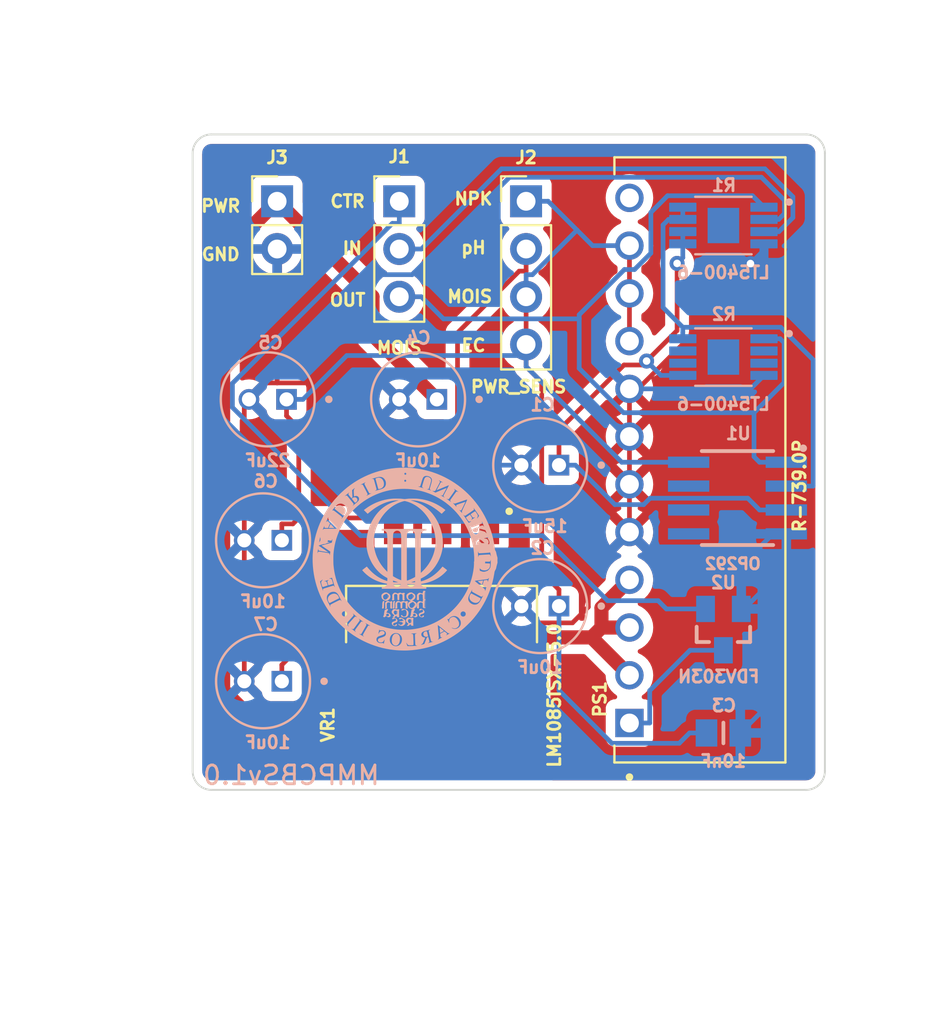
<source format=kicad_pcb>
(kicad_pcb (version 20211014) (generator pcbnew)
  (title_block (title "PCB Acondicionamiento Sensores Suelo") (date "2023-06-10") (company "UC3M"))
  (layers (0 "F.Cu" signal) (31 "B.Cu" signal) (34 "B.Paste" user) (35 "F.Paste" user) (36 "B.SilkS" user "B.Silkscreen") (37 "F.SilkS" user "F.Silkscreen") (38 "B.Mask" user) (39 "F.Mask" user) (44 "Edge.Cuts" user))
  (net 0 "")
  (net 1 "Net-(C1-PadP)")
  (net 2 "GND")
  (net 3 "9V")
  (net 4 "IN_MOISTURE")
  (net 5 "OUT_MOISTURE")
  (net 6 "Net-(R1-Pad7)")
  (net 14 "PWR")
  (net 16 "CTR")
  (net 17 "PWR_pH")
  (net 18 "Net-(PS1-Pad1)")
  (footprint "LM1085ISX-5.0_NOPB:TO254P1435X464-4N" (layer "F.Cu") (at 129.75 62.5 -90)
    (fp_text reference "VR1" (at 4.81 6.052 -90) (layer "F.SilkS") (effects (font (size 0.65 0.65))))
    (fp_text value "LM1085ISX-5.0/NOPB" hide)
    (pad "1" smd rect locked (at -6.19 -2.54 270) (size 2.79 1.05) (layers "F.Cu" "F.Paste" "F.Mask") (net 2 "GND"))
    (pad "2" smd rect locked (at -6.19 0 270) (size 2.79 1.05) (layers "F.Cu" "F.Paste" "F.Mask") (net 17 "PWR_pH"))
    (pad "3" smd rect locked (at -6.19 2.54 270) (size 2.79 1.05) (layers "F.Cu" "F.Paste" "F.Mask") (net 3 "9V"))
    (pad "4" smd rect locked (at 4.16 0 270) (size 6.84 10.58) (layers "F.Cu" "F.Mask"))
  )
  (footprint "Connector_PinHeader_2.54mm:PinHeader_1x03_P2.54mm_Vertical" (layer "F.Cu") (at 127.5 39.46)
    (fp_text reference "J1" (at 0 -2.376) (layer "F.SilkS") (effects (font (size 0.65 0.65))))
    (fp_text value "Conn_01x03" hide)
    (pad "1" thru_hole rect (at 0 0) (size 1.7 1.7) (drill 1) (layers *.Cu *.Mask) (net 16 "CTR"))
    (pad "2" thru_hole oval (at 0 2.54) (size 1.7 1.7) (drill 1) (layers *.Cu *.Mask) (net 4 "IN_MOISTURE"))
    (pad "3" thru_hole oval (at 0 5.08) (size 1.7 1.7) (drill 1) (layers *.Cu *.Mask) (net 5 "OUT_MOISTURE"))
  )
  (footprint "Connector_PinHeader_2.54mm:PinHeader_1x04_P2.54mm_Vertical" (layer "F.Cu") (at 134.25 39.46)
    (fp_text reference "J2" (at 0 -2.33) (layer "F.SilkS") (effects (font (size 0.65 0.65))))
    (fp_text value "Conn_01x04" hide)
    (pad "1" thru_hole rect (at 0 0) (size 1.7 1.7) (drill 1) (layers *.Cu *.Mask) (net 3 "9V"))
    (pad "2" thru_hole oval (at 0 2.54) (size 1.7 1.7) (drill 1) (layers *.Cu *.Mask) (net 17 "PWR_pH"))
    (pad "3" thru_hole oval (at 0 5.08) (size 1.7 1.7) (drill 1) (layers *.Cu *.Mask) (net 3 "9V"))
    (pad "4" thru_hole oval (at 0 7.62) (size 1.7 1.7) (drill 1) (layers *.Cu *.Mask) (net 3 "9V"))
  )
  (footprint "R-739.0P:CONV_R-739.0P" (layer "F.Cu") (at 143.5 53.25 90)
    (fp_text reference "PS1" (at -12.7 -5.324 90) (layer "F.SilkS") (effects (font (size 0.65 0.65))))
    (fp_text value "R-739.0P")
    (pad "1" thru_hole rect locked (at -13.97 -3.75 90) (size 1.508 1.508) (drill 1) (layers *.Cu *.Mask) (net 18 "Net-(PS1-Pad1)"))
    (pad "2" thru_hole circle locked (at -11.43 -3.75 90) (size 1.508 1.508) (drill 1) (layers *.Cu *.Mask) (net 14 "PWR"))
    (pad "3" thru_hole circle locked (at -8.89 -3.75 90) (size 1.508 1.508) (drill 1) (layers *.Cu *.Mask) (net 14 "PWR"))
    (pad "4" thru_hole circle locked (at -6.35 -3.75 90) (size 1.508 1.508) (drill 1) (layers *.Cu *.Mask) (net 14 "PWR"))
    (pad "5" thru_hole circle locked (at -3.81 -3.75 90) (size 1.508 1.508) (drill 1) (layers *.Cu *.Mask) (net 2 "GND"))
    (pad "6" thru_hole circle locked (at -1.27 -3.75 90) (size 1.508 1.508) (drill 1) (layers *.Cu *.Mask) (net 2 "GND"))
    (pad "7" thru_hole circle locked (at 1.27 -3.75 90) (size 1.508 1.508) (drill 1) (layers *.Cu *.Mask) (net 2 "GND"))
    (pad "8" thru_hole circle locked (at 3.81 -3.75 90) (size 1.508 1.508) (drill 1) (layers *.Cu *.Mask) (net 2 "GND"))
    (pad "9" thru_hole circle locked (at 6.35 -3.75 90) (size 1.508 1.508) (drill 1) (layers *.Cu *.Mask) (net 3 "9V"))
    (pad "10" thru_hole circle locked (at 8.89 -3.75 90) (size 1.508 1.508) (drill 1) (layers *.Cu *.Mask) (net 3 "9V"))
    (pad "11" thru_hole circle locked (at 11.43 -3.75 90) (size 1.508 1.508) (drill 1) (layers *.Cu *.Mask) (net 3 "9V"))
    (pad "12" thru_hole circle locked (at 13.97 -3.75 90) (size 1.508 1.508) (drill 1) (layers *.Cu *.Mask))
  )
  (footprint "Connector_PinHeader_2.54mm:PinHeader_1x02_P2.54mm_Vertical" (layer "F.Cu") (at 121 39.46)
    (fp_text reference "J3" (at 0 -2.33) (layer "F.SilkS") (effects (font (size 0.65 0.65))))
    (fp_text value "Conn_01x02" hide)
    (pad "1" thru_hole rect (at 0 0) (size 1.7 1.7) (drill 1) (layers *.Cu *.Mask) (net 14 "PWR"))
    (pad "2" thru_hole oval (at 0 2.54) (size 1.7 1.7) (drill 1) (layers *.Cu *.Mask) (net 2 "GND"))
  )
  (footprint "LT5400BCMS8E-6_PBF:SOP65P490X110-9N" (layer "B.Cu") (at 144.75 47.75 180)
    (fp_text reference "R2" (at -0.03 2.284) (layer "B.SilkS") (effects (font (size 0.65 0.65)) (justify mirror)))
    (fp_text value "LT5400BCMS8E-6#PBF" hide)
    (pad "1" smd roundrect locked (at -2.16 0.975 180) (size 1.45 0.48) (layers "B.Cu" "B.Paste" "B.Mask") (roundrect_rratio 0.06) (net 5 "OUT_MOISTURE"))
    (pad "2" smd roundrect locked (at -2.16 0.325 180) (size 1.45 0.48) (layers "B.Cu" "B.Paste" "B.Mask") (roundrect_rratio 0.06))
    (pad "3" smd roundrect locked (at -2.16 -0.325 180) (size 1.45 0.48) (layers "B.Cu" "B.Paste" "B.Mask") (roundrect_rratio 0.06))
    (pad "4" smd roundrect locked (at -2.16 -0.975 180) (size 1.45 0.48) (layers "B.Cu" "B.Paste" "B.Mask") (roundrect_rratio 0.06) (net 2 "GND"))
    (pad "5" smd roundrect locked (at 2.16 -0.975) (size 1.45 0.48) (layers "B.Cu" "B.Paste" "B.Mask") (roundrect_rratio 0.06) (net 1 "Net-(C1-PadP)"))
    (pad "6" smd roundrect locked (at 2.16 -0.325) (size 1.45 0.48) (layers "B.Cu" "B.Paste" "B.Mask") (roundrect_rratio 0.06))
    (pad "7" smd roundrect locked (at 2.16 0.325) (size 1.45 0.48) (layers "B.Cu" "B.Paste" "B.Mask") (roundrect_rratio 0.06))
    (pad "8" smd roundrect locked (at 2.16 0.975) (size 1.45 0.48) (layers "B.Cu" "B.Paste" "B.Mask") (roundrect_rratio 0.06) (net 6 "Net-(R1-Pad7)"))
    (pad "9" smd rect locked (at 0 0 180) (size 1.68 1.88) (layers "B.Cu" "B.Mask"))
  )
  (footprint "EEUFC1H150:CAPPRD200W50D500H1100" (layer "B.Cu") (at 135 61 180)
    (fp_text reference "C2" (at -0.128 3.088) (layer "B.SilkS") (effects (font (size 0.65 0.65)) (justify mirror)))
    (fp_text value "EEUFC1H150")
    (pad "N" thru_hole circle locked (at 1 0 180) (size 1.1 1.1) (drill 0.75) (layers *.Cu *.Mask) (net 2 "GND"))
    (pad "P" thru_hole rect locked (at -1 0 180) (size 1.1 1.1) (drill 0.75) (layers *.Cu *.Mask) (net 3 "9V"))
  )
  (footprint "EEUFC1H150:CAPPRD200W50D500H1100" (layer "B.Cu") (at 128.5 50 180)
    (fp_text reference "C4" (at -0.024 3.264) (layer "B.SilkS") (effects (font (size 0.65 0.65)) (justify mirror)))
    (fp_text value "EEUFC1H150" hide)
    (pad "N" thru_hole circle locked (at 1 0 180) (size 1.1 1.1) (drill 0.75) (layers *.Cu *.Mask) (net 2 "GND"))
    (pad "P" thru_hole rect locked (at -1 0 180) (size 1.1 1.1) (drill 0.75) (layers *.Cu *.Mask) (net 14 "PWR"))
  )
  (footprint "EEUFC1H150:CAPPRD200W50D500H1100" (layer "B.Cu") (at 120.25 57.5 180)
    (fp_text reference "C6" (at -0.146 3.144) (layer "B.SilkS") (effects (font (size 0.65 0.65)) (justify mirror)))
    (fp_text value "EEUFC1H150" hide)
    (pad "N" thru_hole circle locked (at 1 0 180) (size 1.1 1.1) (drill 0.75) (layers *.Cu *.Mask) (net 2 "GND"))
    (pad "P" thru_hole rect locked (at -1 0 180) (size 1.1 1.1) (drill 0.75) (layers *.Cu *.Mask) (net 3 "9V"))
  )
  (footprint "LT5400BCMS8E-6_PBF:SOP65P490X110-9N" (layer "B.Cu") (at 144.75 40.75 180)
    (fp_text reference "R1" (at -0.03 2.142) (layer "B.SilkS") (effects (font (size 0.65 0.65)) (justify mirror)))
    (fp_text value "LT5400BCMS8E-6#PBF" hide)
    (pad "1" smd roundrect locked (at -2.16 0.975 180) (size 1.45 0.48) (layers "B.Cu" "B.Paste" "B.Mask") (roundrect_rratio 0.06) (net 5 "OUT_MOISTURE"))
    (pad "2" smd roundrect locked (at -2.16 0.325 180) (size 1.45 0.48) (layers "B.Cu" "B.Paste" "B.Mask") (roundrect_rratio 0.06) (net 2 "GND"))
    (pad "3" smd roundrect locked (at -2.16 -0.325 180) (size 1.45 0.48) (layers "B.Cu" "B.Paste" "B.Mask") (roundrect_rratio 0.06) (net 4 "IN_MOISTURE"))
    (pad "4" smd roundrect locked (at -2.16 -0.975 180) (size 1.45 0.48) (layers "B.Cu" "B.Paste" "B.Mask") (roundrect_rratio 0.06) (net 2 "GND"))
    (pad "5" smd roundrect locked (at 2.16 -0.975) (size 1.45 0.48) (layers "B.Cu" "B.Paste" "B.Mask") (roundrect_rratio 0.06) (net 1 "Net-(C1-PadP)"))
    (pad "6" smd roundrect locked (at 2.16 -0.325) (size 1.45 0.48) (layers "B.Cu" "B.Paste" "B.Mask") (roundrect_rratio 0.06) (net 1 "Net-(C1-PadP)"))
    (pad "7" smd roundrect locked (at 2.16 0.325) (size 1.45 0.48) (layers "B.Cu" "B.Paste" "B.Mask") (roundrect_rratio 0.06) (net 6 "Net-(R1-Pad7)"))
    (pad "8" smd roundrect locked (at 2.16 0.975) (size 1.45 0.48) (layers "B.Cu" "B.Paste" "B.Mask") (roundrect_rratio 0.06) (net 6 "Net-(R1-Pad7)"))
    (pad "9" smd rect locked (at 0 0 180) (size 1.68 1.88) (layers "B.Cu" "B.Mask"))
  )
  (footprint "CL21B103KBANNNC:CAPC2012X140N" (layer "B.Cu") (at 144.75 67.75 180)
    (fp_text reference "C3" (at -0.03 1.456) (layer "B.SilkS") (effects (font (size 0.65 0.65)) (justify mirror)))
    (fp_text value "CL21B103KBANNNC")
    (pad "1" smd rect locked (at -0.9 0 180) (size 1.15 1.45) (layers "B.Cu" "B.Paste" "B.Mask") (net 2 "GND"))
    (pad "2" smd rect locked (at 0.9 0 180) (size 1.15 1.45) (layers "B.Cu" "B.Paste" "B.Mask") (net 3 "9V"))
  )
  (footprint "LM358DR2G:SOIC127P600X175-8N" (layer "B.Cu") (at 145.5 55.25 180)
    (fp_text reference "U1" (at -0.042 3.434) (layer "B.SilkS") (effects (font (size 0.65 0.65)) (justify mirror)))
    (fp_text value "OP292GSZ-REEL" hide)
    (pad "1" smd rect locked (at -2.6 1.905 270) (size 0.6 2.2) (layers "B.Cu" "B.Paste" "B.Mask") (net 5 "OUT_MOISTURE"))
    (pad "2" smd rect locked (at -2.6 0.635 270) (size 0.6 2.2) (layers "B.Cu" "B.Paste" "B.Mask") (net 6 "Net-(R1-Pad7)"))
    (pad "3" smd rect locked (at -2.6 -0.635 270) (size 0.6 2.2) (layers "B.Cu" "B.Paste" "B.Mask") (net 1 "Net-(C1-PadP)"))
    (pad "4" smd rect locked (at -2.6 -1.905 270) (size 0.6 2.2) (layers "B.Cu" "B.Paste" "B.Mask") (net 2 "GND"))
    (pad "5" smd rect locked (at 2.6 -1.905 270) (size 0.6 2.2) (layers "B.Cu" "B.Paste" "B.Mask"))
    (pad "6" smd rect locked (at 2.6 -0.635 270) (size 0.6 2.2) (layers "B.Cu" "B.Paste" "B.Mask"))
    (pad "7" smd rect locked (at 2.6 0.635 270) (size 0.6 2.2) (layers "B.Cu" "B.Paste" "B.Mask"))
    (pad "8" smd rect locked (at 2.6 1.905 270) (size 0.6 2.2) (layers "B.Cu" "B.Paste" "B.Mask") (net 3 "9V"))
  )
  (footprint "Logo:Logo2" (layer "B.Cu") (at 127.75 58.5 180)
    (fp_text reference "G" (at -4.354193 -0.133442) (layer "B.SilkS") (effects (font (size 1.524 1.524) (thickness 0.3)) (justify mirror)))
    (fp_text value "L" hide)
  )
  (footprint "EEUFC1H150:CAPPRD200W50D500H1100" (layer "B.Cu") (at 135 53.5 180)
    (fp_text reference "C1" (at -0.128 3.208) (layer "B.SilkS") (effects (font (size 0.65 0.65)) (justify mirror)))
    (fp_text value "EEUFC1H150")
    (pad "N" thru_hole circle locked (at 1 0 180) (size 1.1 1.1) (drill 0.75) (layers *.Cu *.Mask) (net 2 "GND"))
    (pad "P" thru_hole rect locked (at -1 0 180) (size 1.1 1.1) (drill 0.75) (layers *.Cu *.Mask) (net 1 "Net-(C1-PadP)"))
  )
  (footprint "EEUFC1H150:CAPPRD200W50D500H1100" (layer "B.Cu") (at 120.5 50 180)
    (fp_text reference "C5" (at -0.15 3.01) (layer "B.SilkS") (effects (font (size 0.65 0.65)) (justify mirror)))
    (fp_text value "EEUFC1H150" hide)
    (pad "N" thru_hole circle locked (at 1 0 180) (size 1.1 1.1) (drill 0.75) (layers *.Cu *.Mask) (net 2 "GND"))
    (pad "P" thru_hole rect locked (at -1 0 180) (size 1.1 1.1) (drill 0.75) (layers *.Cu *.Mask) (net 3 "9V"))
  )
  (footprint "EEUFC1H150:CAPPRD200W50D500H1100" (layer "B.Cu") (at 120.25 65 180)
    (fp_text reference "C7" (at -0.146 3.024) (layer "B.SilkS") (effects (font (size 0.65 0.65)) (justify mirror)))
    (fp_text value "EEUFC1H150" hide)
    (pad "N" thru_hole circle locked (at 1 0 180) (size 1.1 1.1) (drill 0.75) (layers *.Cu *.Mask) (net 2 "GND"))
    (pad "P" thru_hole rect locked (at -1 0 180) (size 1.1 1.1) (drill 0.75) (layers *.Cu *.Mask) (net 17 "PWR_pH"))
  )
  (footprint "FDV303N:SOT23" (layer "B.Cu") (at 144.75 62.25)
    (fp_text reference "U2" (at 0 -2.5) (layer "B.SilkS") (effects (font (size 0.65 0.65)) (justify mirror)))
    (fp_text value "FDV303N")
    (pad "1" smd rect locked (at -0.95 -1.1) (size 1 1.4) (layers "B.Cu" "B.Paste" "B.Mask") (net 16 "CTR"))
    (pad "2" smd rect locked (at 0.95 -1.1) (size 1 1.4) (layers "B.Cu" "B.Paste" "B.Mask") (net 2 "GND"))
    (pad "3" smd rect locked (at 0 1.1) (size 1 1.4) (layers "B.Cu" "B.Paste" "B.Mask") (net 18 "Net-(PS1-Pad1)"))
  )
  (gr_arc (start 116.502107 36.902107) (mid 116.794998 36.194998) (end 117.502107 35.902107) (layer "Edge.Cuts") (width 0.1))
  (gr_arc (start 117.502107 70.777893) (mid 116.794998 70.485002) (end 116.502107 69.777893) (layer "Edge.Cuts") (width 0.1))
  (gr_line (start 117.502107 70.777893) (end 149.152893 70.777893) (layer "Edge.Cuts") (width 0.1))
  (gr_line (start 150.152893 36.902107) (end 150.152893 69.777893) (layer "Edge.Cuts") (width 0.1))
  (gr_line (start 149.152893 35.902107) (end 117.502107 35.902107) (layer "Edge.Cuts") (width 0.1))
  (gr_line (start 116.502107 36.902107) (end 116.502107 69.777893) (layer "Edge.Cuts") (width 0.1))
  (gr_arc (start 150.152893 69.777893) (mid 149.86 70.485) (end 149.152893 70.777893) (layer "Edge.Cuts") (width 0.1))
  (gr_arc (start 149.152893 35.902107) (mid 149.86 36.195) (end 150.152893 36.902107) (layer "Edge.Cuts") (width 0.1))
  (gr_text "15uF" (at 135.25 56.75) (layer "B.SilkS") (effects (font (size 0.65 0.65)) (justify mirror)))
  (gr_text "OP292" (at 145.25 58.75) (layer "B.SilkS") (effects (font (size 0.6 0.6)) (justify mirror)))
  (gr_text "10uF" (at 120.5 68.25) (layer "B.SilkS") (effects (font (size 0.65 0.65)) (justify mirror)))
  (gr_text "LT5400-6" (at 144.75 50.25) (layer "B.SilkS") (effects (font (size 0.65 0.65)) (justify mirror)))
  (gr_text "FDV303N" (at 144.5 64.75) (layer "B.SilkS") (effects (font (size 0.65 0.65)) (justify mirror)))
  (gr_text "10uF" (at 120.25 60.75) (layer "B.SilkS") (effects (font (size 0.65 0.65)) (justify mirror)))
  (gr_text "10uF" (at 128.5 53.25) (layer "B.SilkS") (effects (font (size 0.65 0.65)) (justify mirror)))
  (gr_text "10uF" (at 135 64.25) (layer "B.SilkS") (effects (font (size 0.65 0.65)) (justify mirror)))
  (gr_text "LT5400-6" (at 144.75 43.25) (layer "B.SilkS") (effects (font (size 0.65 0.65)) (justify mirror)))
  (gr_text "10nF" (at 144.75 69.25) (layer "B.SilkS") (effects (font (size 0.65 0.65)) (justify mirror)))
  (gr_text "MMPCBSv1.0" (at 121.75 70) (layer "B.SilkS") (effects (font (size 1 1)) (justify mirror)))
  (gr_text "22uF" (at 120.5 53.25) (layer "B.SilkS") (effects (font (size 0.65 0.65)) (justify mirror)))
  (gr_text "PWR" (at 118 39.71) (layer "F.SilkS") (effects (font (size 0.65 0.65))))
  (gr_text "CTR" (at 124.75 39.46) (layer "F.SilkS") (effects (font (size 0.65 0.65))))
  (gr_text "pH" (at 131.45 41.93) (layer "F.SilkS") (effects (font (size 0.65 0.65))))
  (gr_text "OUT" (at 124.75 44.71) (layer "F.SilkS") (effects (font (size 0.65 0.65))))
  (gr_text "GND" (at 118 42.285) (layer "F.SilkS") (effects (font (size 0.65 0.65))))
  (gr_text "MOIS" (at 127.5 47.26) (layer "F.SilkS") (effects (font (size 0.65 0.65))))
  (gr_text "PWR_SENS" (at 133.85 49.33) (layer "F.SilkS") (effects (font (size 0.65 0.65))))
  (gr_text "IN" (at 125 41.96) (layer "F.SilkS") (effects (font (size 0.65 0.65))))
  (gr_text "NPK" (at 131.45 39.33) (layer "F.SilkS") (effects (font (size 0.65 0.65))))
  (gr_text "R-739.0P" (at 148.8 54.6 90) (layer "F.SilkS") (effects (font (size 0.65 0.65))))
  (gr_text "MOIS" (at 131.25 44.53) (layer "F.SilkS") (effects (font (size 0.65 0.65))))
  (gr_text "EC" (at 131.45 47.13) (layer "F.SilkS") (effects (font (size 0.65 0.65))))
  (gr_text "LM1085ISX-5.0" (at 135.75 65.75 90) (layer "F.SilkS") (effects (font (size 0.65 0.65))))
  (segment (start 142.2857 46.3371) (end 142.2857 42.7656) (width 0.25) (layer "F.Cu") (net 1))
  (segment (start 136 51.6295) (end 139.4595 48.17) (width 0.25) (layer "F.Cu") (net 1))
  (segment (start 136 53.5) (end 136 51.6295) (width 0.25) (layer "F.Cu") (net 1))
  (segment (start 139.4595 48.17) (end 140.4528 48.17) (width 0.25) (layer "F.Cu") (net 1))
  (segment (start 140.4528 48.17) (end 140.6621 47.9607) (width 0.25) (layer "F.Cu") (net 1))
  (segment (start 140.6621 47.9607) (end 142.2857 46.3371) (width 0.25) (layer "F.Cu") (net 1))
  (via (at 140.6621 47.9607) (size 0.8) (drill 0.4) (layers "F.Cu" "B.Cu") (net 1))
  (via (at 142.2857 42.7656) (size 0.8) (drill 0.4) (layers "F.Cu" "B.Cu") (net 1))
  (segment (start 142.59 48.725) (end 141.4264 48.725) (width 0.25) (layer "B.Cu") (net 1))
  (segment (start 140.5067 55.5994) (end 140.8464 55.2597) (width 0.25) (layer "B.Cu") (net 1))
  (segment (start 136 53.5) (end 136.8753 53.5) (width 0.25) (layer "B.Cu") (net 1))
  (segment (start 136.8753 53.5) (end 138.9747 55.5994) (width 0.25) (layer "B.Cu") (net 1))
  (segment (start 141.4264 48.725) (end 140.6621 47.9607) (width 0.25) (layer "B.Cu") (net 1))
  (segment (start 142.59 42.4613) (end 142.2857 42.7656) (width 0.25) (layer "B.Cu") (net 1))
  (segment (start 138.9747 55.5994) (end 140.5067 55.5994) (width 0.25) (layer "B.Cu") (net 1))
  (segment (start 148.1 55.885) (end 146.6747 55.885) (width 0.25) (layer "B.Cu") (net 1))
  (segment (start 142.59 41.725) (end 142.59 42.4613) (width 0.25) (layer "B.Cu") (net 1))
  (segment (start 142.59 41.075) (end 142.59 41.725) (width 0.25) (layer "B.Cu") (net 1))
  (segment (start 140.8464 55.2597) (end 146.0494 55.2597) (width 0.25) (layer "B.Cu") (net 1))
  (segment (start 146.0494 55.2597) (end 146.6747 55.885) (width 0.25) (layer "B.Cu") (net 1))
  (segment (start 139.75 51.98) (end 139.75 49.44) (width 0.25) (layer "F.Cu") (net 2))
  (segment (start 127.5 50) (end 126.6246 49.1246) (width 0.25) (layer "F.Cu") (net 2))
  (segment (start 146.1913 43.4573) (end 146.1913 42.7742) (width 0.25) (layer "F.Cu") (net 2))
  (segment (start 134.8926 61.8926) (end 134 61) (width 0.25) (layer "F.Cu") (net 2))
  (segment (start 140.2086 49.44) (end 146.1913 43.4573) (width 0.25) (layer "F.Cu") (net 2))
  (segment (start 119.25 57.5) (end 119.25 65) (width 0.25) (layer "F.Cu") (net 2))
  (segment (start 121 49.1246) (end 120.3754 49.1246) (width 0.25) (layer "F.Cu") (net 2))
  (segment (start 139.75 51.98) (end 139.75 54.52) (width 0.25) (layer "F.Cu") (net 2))
  (segment (start 139.75 49.44) (end 140.2086 49.44) (width 0.25) (layer "F.Cu") (net 2))
  (segment (start 119.25 50.25) (end 119.25 57.5) (width 0.25) (layer "F.Cu") (net 2))
  (segment (start 121 49.1246) (end 121 43.1753) (width 0.25) (layer "F.Cu") (net 2))
  (segment (start 137.561467 59.248533) (end 137.561467 61.046733) (width 0.25) (layer "F.Cu") (net 2))
  (segment (start 121 42) (end 121 43.1753) (width 0.25) (layer "F.Cu") (net 2))
  (segment (start 132.29 59.29) (end 132.29 56.31) (width 0.25) (layer "F.Cu") (net 2))
  (segment (start 139.75 57.06) (end 137.561467 59.248533) (width 0.25) (layer "F.Cu") (net 2))
  (segment (start 139.75 54.52) (end 139.75 57.06) (width 0.25) (layer "F.Cu") (net 2))
  (segment (start 132.29 56.31) (end 132.29 54.5897) (width 0.25) (layer "F.Cu") (net 2))
  (segment (start 134 53.5) (end 132.9103 54.5897) (width 0.25) (layer "F.Cu") (net 2))
  (segment (start 119.5 50) (end 119.25 50.25) (width 0.25) (layer "F.Cu") (net 2))
  (segment (start 120.3754 49.1246) (end 119.5 50) (width 0.25) (layer "F.Cu") (net 2))
  (segment (start 134 61) (end 132.29 59.29) (width 0.25) (layer "F.Cu") (net 2))
  (segment (start 126.6246 49.1246) (end 121 49.1246) (width 0.25) (layer "F.Cu") (net 2))
  (segment (start 137.561467 61.046733) (end 136.7156 61.8926) (width 0.25) (layer "F.Cu") (net 2))
  (segment (start 136.7156 61.8926) (end 134.8926 61.8926) (width 0.25) (layer "F.Cu") (net 2))
  (segment (start 132.9103 54.5897) (end 132.29 54.5897) (width 0.25) (layer "F.Cu") (net 2))
  (via (at 146.1913 42.7742) (size 0.8) (drill 0.4) (layers "F.Cu" "B.Cu") (net 2))
  (segment (start 146.1913 42.7742) (end 146.91 42.0555) (width 0.25) (layer "B.Cu") (net 2))
  (segment (start 148.1 57.155) (end 147.3874 57.155) (width 0.25) (layer "B.Cu") (net 2))
  (segment (start 145.85 61.15) (end 146.6929 60.3071) (width 0.25) (layer "B.Cu") (net 2))
  (segment (start 147.9992 40.1154) (end 147.6896 40.425) (width 0.25) (layer "B.Cu") (net 2))
  (segment (start 146.6929 60.3071) (end 146.6929 66.7071) (width 0.25) (layer "B.Cu") (net 2))
  (segment (start 145 57.8495) (end 146.6929 57.8495) (width 0.25) (layer "B.Cu") (net 2))
  (segment (start 146.6929 66.7071) (end 145.65 67.75) (width 0.25) (layer "B.Cu") (net 2))
  (segment (start 146.6929 57.8495) (end 146.6929 60.3071) (width 0.25) (layer "B.Cu") (net 2))
  (segment (start 140.5395 57.8495) (end 145 57.8495) (width 0.25) (layer "B.Cu") (net 2))
  (segment (start 131 53.5) (end 134 53.5) (width 0.25) (layer "B.Cu") (net 2))
  (segment (start 146.6929 57.8495) (end 147.3874 57.155) (width 0.25) (layer "B.Cu") (net 2))
  (segment (start 133.3675 38.1824) (end 146.7738 38.1824) (width 0.25) (layer "B.Cu") (net 2))
  (segment (start 146.195 49.44) (end 146.91 48.725) (width 0.25) (layer "B.Cu") (net 2))
  (segment (start 147.6896 40.425) (end 146.91 40.425) (width 0.25) (layer "B.Cu") (net 2))
  (segment (start 146.7738 38.1824) (end 147.9992 39.4078) (width 0.25) (layer "B.Cu") (net 2))
  (segment (start 146.91 42.0555) (end 146.91 41.725) (width 0.25) (layer "B.Cu") (net 2))
  (segment (start 119.5 50) (end 126.1354 43.3646) (width 0.25) (layer "B.Cu") (net 2))
  (segment (start 128.1853 43.3646) (end 133.3675 38.1824) (width 0.25) (layer "B.Cu") (net 2))
  (segment (start 145.7 61.15) (end 145.85 61.15) (width 0.25) (layer "B.Cu") (net 2))
  (segment (start 139.75 57.06) (end 140.5395 57.8495) (width 0.25) (layer "B.Cu") (net 2))
  (segment (start 139.75 49.44) (end 146.195 49.44) (width 0.25) (layer "B.Cu") (net 2))
  (segment (start 147.9992 39.4078) (end 147.9992 40.1154) (width 0.25) (layer "B.Cu") (net 2))
  (segment (start 126.1354 43.3646) (end 128.1853 43.3646) (width 0.25) (layer "B.Cu") (net 2))
  (segment (start 127.5 50) (end 131 53.5) (width 0.25) (layer "B.Cu") (net 2))
  (segment (start 121.8363 56.6247) (end 122.151 56.31) (width 0.25) (layer "F.Cu") (net 3))
  (segment (start 121.25 57.5) (end 121.25 56.6247) (width 0.25) (layer "F.Cu") (net 3))
  (segment (start 122.151 56.31) (end 127.21 56.31) (width 0.25) (layer "F.Cu") (net 3))
  (segment (start 122.151 56.31) (end 122.151 51.5263) (width 0.25) (layer "F.Cu") (net 3))
  (segment (start 135.0811 59.2058) (end 135.0811 49.0864) (width 0.25) (layer "F.Cu") (net 3))
  (segment (start 136 60.1247) (end 135.0811 59.2058) (width 0.25) (layer "F.Cu") (net 3))
  (segment (start 136 61) (end 136 60.1247) (width 0.25) (layer "F.Cu") (net 3))
  (segment (start 139.75 41.82) (end 139.75 44.36) (width 0.25) (layer "F.Cu") (net 3))
  (segment (start 134.25 44.54) (end 134.25 47.08) (width 0.25) (layer "F.Cu") (net 3))
  (segment (start 134.25 47.08) (end 134.25 48.2553) (width 0.25) (layer "F.Cu") (net 3))
  (segment (start 121.25 56.6247) (end 121.8363 56.6247) (width 0.25) (layer "F.Cu") (net 3))
  (segment (start 121.5 50) (end 121.5 50.8753) (width 0.25) (layer "F.Cu") (net 3))
  (segment (start 122.151 51.5263) (end 121.5 50.8753) (width 0.25) (layer "F.Cu") (net 3))
  (segment (start 135.0811 49.0864) (end 134.25 48.2553) (width 0.25) (layer "F.Cu") (net 3))
  (segment (start 139.75 44.36) (end 139.75 46.9) (width 0.25) (layer "F.Cu") (net 3))
  (segment (start 139.75 41.82) (end 137.7853 41.82) (width 0.25) (layer "B.Cu") (net 3))
  (segment (start 139.3397 53.345) (end 142.9 53.345) (width 0.25) (layer "B.Cu") (net 3))
  (segment (start 138.8152 68.2994) (end 136 65.4842) (width 0.25) (layer "B.Cu") (net 3))
  (segment (start 121.5 50) (end 122.3753 50) (width 0.25) (layer "B.Cu") (net 3))
  (segment (start 142.9497 67.75) (end 142.4003 68.2994) (width 0.25) (layer "B.Cu") (net 3))
  (segment (start 134.5878 43.3647) (end 136.9589 40.9936) (width 0.25) (layer "B.Cu") (net 3))
  (segment (start 134.25 43.3647) (end 134.5878 43.3647) (width 0.25) (layer "B.Cu") (net 3))
  (segment (start 134.25 47.6676) (end 134.25 48.2553) (width 0.25) (layer "B.Cu") (net 3))
  (segment (start 134.25 47.6676) (end 124.7077 47.6676) (width 0.25) (layer "B.Cu") (net 3))
  (segment (start 137.7853 41.82) (end 136.9589 40.9936) (width 0.25) (layer "B.Cu") (net 3))
  (segment (start 143.85 67.75) (end 142.9497 67.75) (width 0.25) (layer "B.Cu") (net 3))
  (segment (start 136 65.4842) (end 136 61) (width 0.25) (layer "B.Cu") (net 3))
  (segment (start 134.25 44.54) (end 134.25 43.3647) (width 0.25) (layer "B.Cu") (net 3))
  (segment (start 134.25 47.08) (end 134.25 47.6676) (width 0.25) (layer "B.Cu") (net 3))
  (segment (start 142.4003 68.2994) (end 138.8152 68.2994) (width 0.25) (layer "B.Cu") (net 3))
  (segment (start 124.7077 47.6676) (end 122.3753 50) (width 0.25) (layer "B.Cu") (net 3))
  (segment (start 134.25 39.46) (end 135.4253 39.46) (width 0.25) (layer "B.Cu") (net 3))
  (segment (start 134.25 48.2553) (end 139.3397 53.345) (width 0.25) (layer "B.Cu") (net 3))
  (segment (start 136.9589 40.9936) (end 135.4253 39.46) (width 0.25) (layer "B.Cu") (net 3))
  (segment (start 148.4495 39.2211) (end 146.9605 37.7321) (width 0.25) (layer "B.Cu") (net 4))
  (segment (start 127.5 42) (end 128.6753 42) (width 0.25) (layer "B.Cu") (net 4))
  (segment (start 148.4495 40.3276) (end 148.4495 39.2211) (width 0.25) (layer "B.Cu") (net 4))
  (segment (start 146.9605 37.7321) (end 132.9432 37.7321) (width 0.25) (layer "B.Cu") (net 4))
  (segment (start 147.7021 41.075) (end 148.4495 40.3276) (width 0.25) (layer "B.Cu") (net 4))
  (segment (start 132.9432 37.7321) (end 128.6753 42) (width 0.25) (layer "B.Cu") (net 4))
  (segment (start 146.91 41.075) (end 147.7021 41.075) (width 0.25) (layer "B.Cu") (net 4))
  (segment (start 141.7787 39.165) (end 140.8908 40.0529) (width 0.25) (layer "B.Cu") (net 5))
  (segment (start 147.7728 46.775) (end 147.9815 46.9837) (width 0.25) (layer "B.Cu") (net 5))
  (segment (start 146.91 46.775) (end 147.7728 46.775) (width 0.25) (layer "B.Cu") (net 5))
  (segment (start 146.91 39.775) (end 146.3 39.165) (width 0.25) (layer "B.Cu") (net 5))
  (segment (start 137.0766 45.7153) (end 129.8506 45.7153) (width 0.25) (layer "B.Cu") (net 5))
  (segment (start 146.3798 50.7099) (end 146.3798 53.0501) (width 0.25) (layer "B.Cu") (net 5))
  (segment (start 127.5 44.54) (end 128.6753 44.54) (width 0.25) (layer "B.Cu") (net 5))
  (segment (start 140.8908 42.221) (end 140.0218 43.09) (width 0.25) (layer "B.Cu") (net 5))
  (segment (start 146.3798 53.0501) (end 146.6747 53.345) (width 0.25) (layer "B.Cu") (net 5))
  (segment (start 139.4349 50.7099) (end 137.0766 48.3516) (width 0.25) (layer "B.Cu") (net 5))
  (segment (start 139.483 43.09) (end 137.0766 45.4964) (width 0.25) (layer "B.Cu") (net 5))
  (segment (start 137.0766 45.4964) (end 137.0766 45.7153) (width 0.25) (layer "B.Cu") (net 5))
  (segment (start 140.0218 43.09) (end 139.483 43.09) (width 0.25) (layer "B.Cu") (net 5))
  (segment (start 147.9815 49.1082) (end 146.3798 50.7099) (width 0.25) (layer "B.Cu") (net 5))
  (segment (start 129.8506 45.7153) (end 128.6753 44.54) (width 0.25) (layer "B.Cu") (net 5))
  (segment (start 137.0766 48.3516) (end 137.0766 45.7153) (width 0.25) (layer "B.Cu") (net 5))
  (segment (start 147.9815 46.9837) (end 147.9815 49.1082) (width 0.25) (layer "B.Cu") (net 5))
  (segment (start 148.1 53.345) (end 146.6747 53.345) (width 0.25) (layer "B.Cu") (net 5))
  (segment (start 146.3798 50.7099) (end 139.4349 50.7099) (width 0.25) (layer "B.Cu") (net 5))
  (segment (start 140.8908 40.0529) (end 140.8908 42.221) (width 0.25) (layer "B.Cu") (net 5))
  (segment (start 146.3 39.165) (end 141.7787 39.165) (width 0.25) (layer "B.Cu") (net 5))
  (segment (start 142.59 40.425) (end 141.8317 40.425) (width 0.25) (layer "B.Cu") (net 6))
  (segment (start 142.59 46.775) (end 142.59 46.1632) (width 0.25) (layer "B.Cu") (net 6))
  (segment (start 148.1 54.615) (end 149.5253 54.615) (width 0.25) (layer "B.Cu") (net 6))
  (segment (start 141.8317 40.425) (end 141.5384 40.7183) (width 0.25) (layer "B.Cu") (net 6))
  (segment (start 142.59 46.1632) (end 147.7979 46.1632) (width 0.25) (layer "B.Cu") (net 6))
  (segment (start 147.7979 46.1632) (end 149.5253 47.8906) (width 0.25) (layer "B.Cu") (net 6))
  (segment (start 141.5384 45.1116) (end 142.59 46.1632) (width 0.25) (layer "B.Cu") (net 6))
  (segment (start 141.5384 40.7183) (end 141.5384 45.1116) (width 0.25) (layer "B.Cu") (net 6))
  (segment (start 142.59 40.425) (end 142.59 39.775) (width 0.25) (layer "B.Cu") (net 6))
  (segment (start 149.5253 47.8906) (end 149.5253 54.615) (width 0.25) (layer "B.Cu") (net 6))
  (segment (start 138.260978 61.089022) (end 139.75 59.6) (width 0.75) (layer "F.Cu") (net 14))
  (segment (start 138.260978 62.14) (end 138.260978 61.089022) (width 0.75) (layer "F.Cu") (net 14))
  (segment (start 121 39.46) (end 126.075489 44.535489) (width 0.75) (layer "F.Cu") (net 14))
  (segment (start 126.075489 44.535489) (end 126.075489 46.575489) (width 0.75) (layer "F.Cu") (net 14))
  (segment (start 120.1597 67.5) (end 123 67.5) (width 0.75) (layer "F.Cu") (net 14))
  (segment (start 118.125489 42.334511) (end 118.125489 65.465789) (width 0.75) (layer "F.Cu") (net 14))
  (segment (start 123 63.550978) (end 123.885489 62.665489) (width 0.75) (layer "F.Cu") (net 14))
  (segment (start 139.75 62.14) (end 138.260978 62.14) (width 0.75) (layer "F.Cu") (net 14))
  (segment (start 121 39.46) (end 118.125489 42.334511) (width 0.75) (layer "F.Cu") (net 14))
  (segment (start 118.125489 65.465789) (end 120.1597 67.5) (width 0.75) (layer "F.Cu") (net 14))
  (segment (start 138.260978 62.14) (end 137.735489 62.665489) (width 0.75) (layer "F.Cu") (net 14))
  (segment (start 123 67.5) (end 123 63.550978) (width 0.75) (layer "F.Cu") (net 14))
  (segment (start 123.885489 62.665489) (end 137.735489 62.665489) (width 0.75) (layer "F.Cu") (net 14))
  (segment (start 137.735489 62.665489) (end 139.75 64.68) (width 0.75) (layer "F.Cu") (net 14))
  (segment (start 126.075489 46.575489) (end 129.5 50) (width 0.75) (layer "F.Cu") (net 14))
  (segment (start 127.5 40.6353) (end 127.1327 40.6353) (width 0.25) (layer "B.Cu") (net 16))
  (segment (start 127.1327 40.6353) (end 118.6195 49.1485) (width 0.25) (layer "B.Cu") (net 16))
  (segment (start 141.7158 61.15) (end 143.8 61.15) (width 0.25) (layer "B.Cu") (net 16))
  (segment (start 138.5855 60.7106) (end 141.2764 60.7106) (width 0.25) (layer "B.Cu") (net 16))
  (segment (start 118.6195 50.4256) (end 125.4439 57.25) (width 0.25) (layer "B.Cu") (net 16))
  (segment (start 127.5 39.46) (end 127.5 40.6353) (width 0.25) (layer "B.Cu") (net 16))
  (segment (start 141.2764 60.7106) (end 141.7158 61.15) (width 0.25) (layer "B.Cu") (net 16))
  (segment (start 118.6195 49.1485) (end 118.6195 50.4256) (width 0.25) (layer "B.Cu") (net 16))
  (segment (start 125.4439 57.25) (end 135.1249 57.25) (width 0.25) (layer "B.Cu") (net 16))
  (segment (start 135.1249 57.25) (end 138.5855 60.7106) (width 0.25) (layer "B.Cu") (net 16))
  (segment (start 130.6003 46.4576) (end 130.6003 53.7394) (width 0.25) (layer "F.Cu") (net 17))
  (segment (start 129.75 56.31) (end 129.75 54.5897) (width 0.25) (layer "F.Cu") (net 17))
  (segment (start 121.25 65) (end 121.25 64.1247) (width 0.25) (layer "F.Cu") (net 17))
  (segment (start 133.8826 43.1753) (end 130.6003 46.4576) (width 0.25) (layer "F.Cu") (net 17))
  (segment (start 129.75 56.31) (end 129.75 58.0303) (width 0.25) (layer "F.Cu") (net 17))
  (segment (start 121.25 64.1247) (end 127.3444 58.0303) (width 0.25) (layer "F.Cu") (net 17))
  (segment (start 127.3444 58.0303) (end 129.75 58.0303) (width 0.25) (layer "F.Cu") (net 17))
  (segment (start 134.25 42) (end 134.25 43.1753) (width 0.25) (layer "F.Cu") (net 17))
  (segment (start 130.6003 53.7394) (end 129.75 54.5897) (width 0.25) (layer "F.Cu") (net 17))
  (segment (start 134.25 43.1753) (end 133.8826 43.1753) (width 0.25) (layer "F.Cu") (net 17))
  (segment (start 142.9747 63.35) (end 140.8293 65.4954) (width 0.25) (layer "B.Cu") (net 18))
  (segment (start 144.75 63.35) (end 142.9747 63.35) (width 0.25) (layer "B.Cu") (net 18))
  (segment (start 140.8293 67.22) (end 140.8293 65.4954) (width 0.25) (layer "B.Cu") (net 18))
  (segment (start 139.75 67.22) (end 140.8293 67.22) (width 0.25) (layer "B.Cu") (net 18))
  (zone (net 2) (net_name "GND") (layer "F.Cu") (connect_pads (clearance 0.508)) (min_thickness 0.254) (fill yes (thermal_gap 0.508) (thermal_bridge_width 0.508))
    (polygon (pts (xy 151.5 83.25) (xy 106.25 81) (xy 111.75 31.25) (xy 152.75 31.25)))
  )
  (zone (net 2) (net_name "GND") (layer "B.Cu") (connect_pads (clearance 0.508)) (min_thickness 0.254) (fill yes (thermal_gap 0.508) (thermal_bridge_width 0.508))
    (polygon (pts (xy 155.25 30) (xy 156.5 79.25) (xy 109.75 76.5) (xy 111.75 28.75)))
  )
)
</source>
